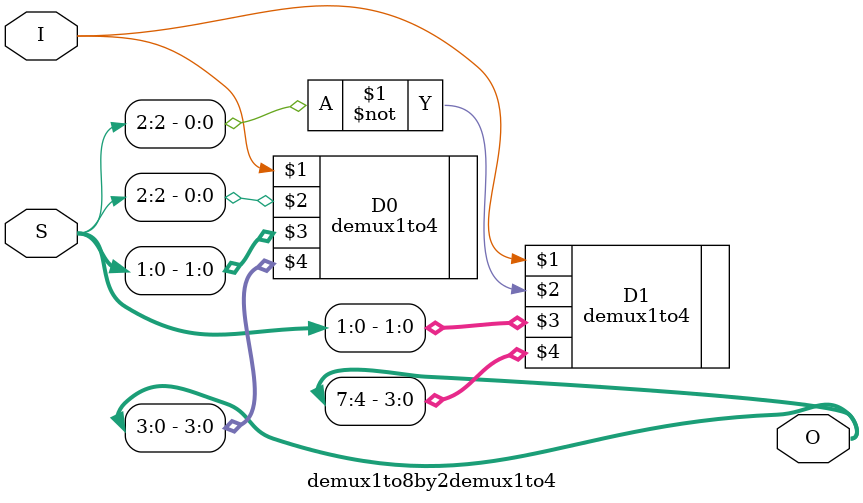
<source format=v>
`timescale 1ns / 1ps
module demux1to8by2demux1to4(
input wire I,
input wire [2:0] S,
output wire [7:0] O);
demux1to4 D0 (I, S[2], S[1:0], O[3:0]);
demux1to4 D1 (I, ~S[2], S[1:0], O[7:4]);  
endmodule

</source>
